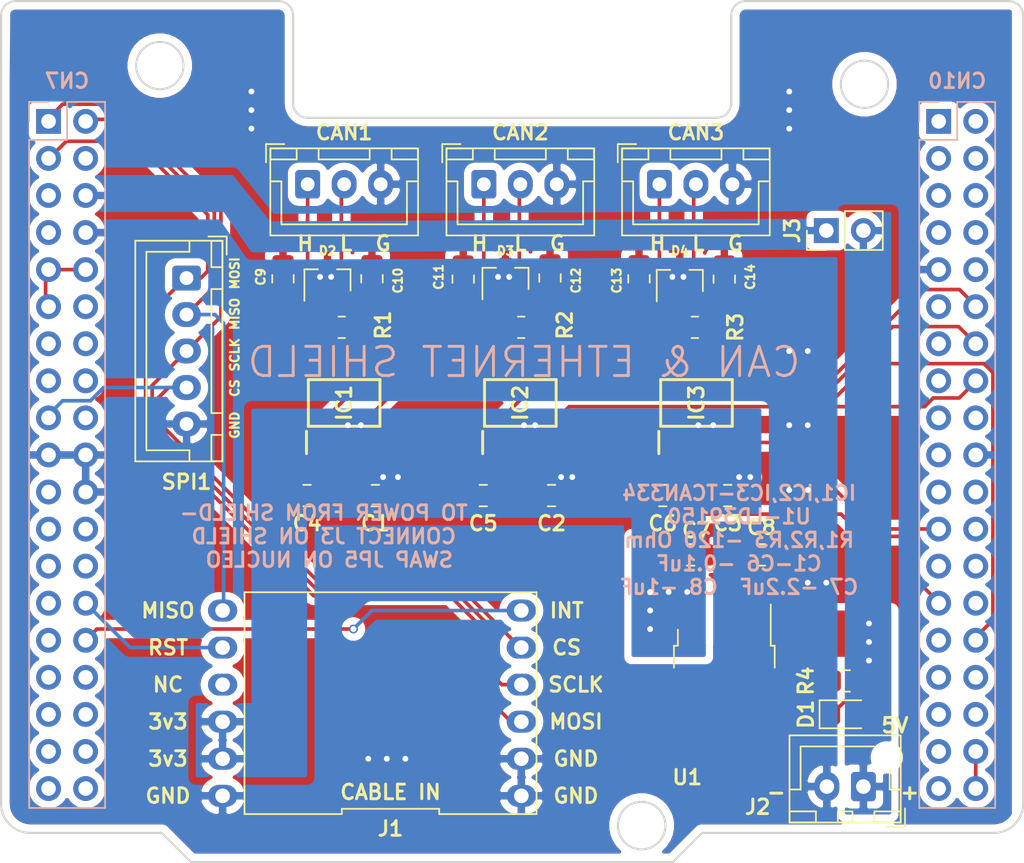
<source format=kicad_pcb>
(kicad_pcb (version 20171130) (host pcbnew "(5.1.10)-1")
  (layers (0 F.Cu signal) (31 B.Cu signal) (34 B.Paste user) (35 F.Paste user) (36 B.SilkS user) (37 F.SilkS user) (38 B.Mask user) (39 F.Mask user) (44 Edge.Cuts user))
  (net 0 "")
  (net 1 GND)
  (net 2 /NC)
  (net 3 SPI_CS)
  (net 4 SPI_MOSI)
  (net 5 SPI_MISO)
  (net 6 SPI_SCLK)
  (net 7 FDCAN2TX)
  (net 8 FDCAN3TX)
  (net 9 FDCAN3RX)
  (net 10 FDCAN2RX)
  (net 11 FDCAN1RX)
  (net 12 FDCAN1TX)
  (net 13 +3V3)
  (net 14 INT)
  (net 15 RST)
  (net 16 V_IN)
  (net 17 E5V)
  (net 18 "Net-(D1-Pad1)")
  (net 19 "Net-(C11-Pad1)")
  (net 20 "Net-(C12-Pad2)")
  (net 21 "Net-(C13-Pad1)")
  (net 22 "Net-(C14-Pad2)")
  (net 23 /H1)
  (net 24 /L1)
  (module Connector_PinSocket_2.54mm:PinSocket_2x19_P2.54mm_Vertical (layer B.Cu) (at 194.21 71.24 180)
    (fp_text reference CN10 (at -1.27 2.77) (layer B.SilkS) (effects (font (thickness 0.2)) (justify mirror)))
    (fp_text value Conn_02x19_Odd_Even)
    (pad 38 thru_hole oval (at -2.54 -45.72 180) (size 1.7 1.7) (drill 1) (layers *.Cu *.Mask) (net 2 /NC))
    (pad 37 thru_hole oval (at 0 -45.72 180) (size 1.7 1.7) (drill 1) (layers *.Cu *.Mask))
    (pad 36 thru_hole oval (at -2.54 -43.18 180) (size 1.7 1.7) (drill 1) (layers *.Cu *.Mask) (net 2 /NC))
    (pad 35 thru_hole oval (at 0 -43.18 180) (size 1.7 1.7) (drill 1) (layers *.Cu *.Mask))
    (pad 34 thru_hole oval (at -2.54 -40.64 180) (size 1.7 1.7) (drill 1) (layers *.Cu *.Mask))
    (pad 33 thru_hole oval (at 0 -40.64 180) (size 1.7 1.7) (drill 1) (layers *.Cu *.Mask))
    (pad 32 thru_hole oval (at -2.54 -38.1 180) (size 1.7 1.7) (drill 1) (layers *.Cu *.Mask))
    (pad 31 thru_hole oval (at 0 -38.1 180) (size 1.7 1.7) (drill 1) (layers *.Cu *.Mask))
    (pad 30 thru_hole oval (at -2.54 -35.56 180) (size 1.7 1.7) (drill 1) (layers *.Cu *.Mask) (net 7 FDCAN2TX))
    (pad 29 thru_hole oval (at 0 -35.56 180) (size 1.7 1.7) (drill 1) (layers *.Cu *.Mask))
    (pad 28 thru_hole oval (at -2.54 -33.02 180) (size 1.7 1.7) (drill 1) (layers *.Cu *.Mask))
    (pad 27 thru_hole oval (at 0 -33.02 180) (size 1.7 1.7) (drill 1) (layers *.Cu *.Mask) (net 8 FDCAN3TX))
    (pad 26 thru_hole oval (at -2.54 -30.48 180) (size 1.7 1.7) (drill 1) (layers *.Cu *.Mask))
    (pad 25 thru_hole oval (at 0 -30.48 180) (size 1.7 1.7) (drill 1) (layers *.Cu *.Mask))
    (pad 24 thru_hole oval (at -2.54 -27.94 180) (size 1.7 1.7) (drill 1) (layers *.Cu *.Mask))
    (pad 23 thru_hole oval (at 0 -27.94 180) (size 1.7 1.7) (drill 1) (layers *.Cu *.Mask) (net 9 FDCAN3RX))
    (pad 22 thru_hole oval (at -2.54 -25.4 180) (size 1.7 1.7) (drill 1) (layers *.Cu *.Mask))
    (pad 21 thru_hole oval (at 0 -25.4 180) (size 1.7 1.7) (drill 1) (layers *.Cu *.Mask))
    (pad 20 thru_hole oval (at -2.54 -22.86 180) (size 1.7 1.7) (drill 1) (layers *.Cu *.Mask) (net 1 GND))
    (pad 19 thru_hole oval (at 0 -22.86 180) (size 1.7 1.7) (drill 1) (layers *.Cu *.Mask))
    (pad 18 thru_hole oval (at -2.54 -20.32 180) (size 1.7 1.7) (drill 1) (layers *.Cu *.Mask))
    (pad 17 thru_hole oval (at 0 -20.32 180) (size 1.7 1.7) (drill 1) (layers *.Cu *.Mask))
    (pad 16 thru_hole oval (at -2.54 -17.78 180) (size 1.7 1.7) (drill 1) (layers *.Cu *.Mask) (net 10 FDCAN2RX))
    (pad 15 thru_hole oval (at 0 -17.78 180) (size 1.7 1.7) (drill 1) (layers *.Cu *.Mask))
    (pad 14 thru_hole oval (at -2.54 -15.24 180) (size 1.7 1.7) (drill 1) (layers *.Cu *.Mask) (net 11 FDCAN1RX))
    (pad 13 thru_hole oval (at 0 -15.24 180) (size 1.7 1.7) (drill 1) (layers *.Cu *.Mask))
    (pad 12 thru_hole oval (at -2.54 -12.7 180) (size 1.7 1.7) (drill 1) (layers *.Cu *.Mask) (net 12 FDCAN1TX))
    (pad 11 thru_hole oval (at 0 -12.7 180) (size 1.7 1.7) (drill 1) (layers *.Cu *.Mask))
    (pad 10 thru_hole oval (at -2.54 -10.16 180) (size 1.7 1.7) (drill 1) (layers *.Cu *.Mask) (net 2 /NC))
    (pad 9 thru_hole oval (at 0 -10.16 180) (size 1.7 1.7) (drill 1) (layers *.Cu *.Mask) (net 1 GND))
    (pad 8 thru_hole oval (at -2.54 -7.62 180) (size 1.7 1.7) (drill 1) (layers *.Cu *.Mask))
    (pad 7 thru_hole oval (at 0 -7.62 180) (size 1.7 1.7) (drill 1) (layers *.Cu *.Mask))
    (pad 6 thru_hole oval (at -2.54 -5.08 180) (size 1.7 1.7) (drill 1) (layers *.Cu *.Mask))
    (pad 5 thru_hole oval (at 0 -5.08 180) (size 1.7 1.7) (drill 1) (layers *.Cu *.Mask))
    (pad 4 thru_hole oval (at -2.54 -2.54 180) (size 1.7 1.7) (drill 1) (layers *.Cu *.Mask))
    (pad 3 thru_hole oval (at 0 -2.54 180) (size 1.7 1.7) (drill 1) (layers *.Cu *.Mask))
    (pad 2 thru_hole oval (at -2.54 0 180) (size 1.7 1.7) (drill 1) (layers *.Cu *.Mask))
    (pad 1 thru_hole rect (at 0 0 180) (size 1.7 1.7) (drill 1) (layers *.Cu *.Mask))
  )
  (module Resistor_SMD:R_0805_2012Metric_Pad1.20x1.40mm_HandSolder (layer F.Cu) (at 177.514 85.3544)
    (fp_text reference R3 (at 2.778 0 90) (layer F.SilkS) (effects (font (thickness 0.2))))
    (fp_text value 120)
    (pad 2 smd roundrect (at 1 0) (size 1.2 1.4) (layers F.Cu F.Paste F.Mask) (roundrect_rratio 0.2083325) (net 22 "Net-(C14-Pad2)"))
    (pad 1 smd roundrect (at -1 0) (size 1.2 1.4) (layers F.Cu F.Paste F.Mask) (roundrect_rratio 0.2083325) (net 21 "Net-(C13-Pad1)"))
  )
  (module Resistor_SMD:R_0805_2012Metric_Pad1.20x1.40mm_HandSolder (layer F.Cu) (at 165.6202 85.3544)
    (fp_text reference R2 (at 2.9878 -0.1524 90) (layer F.SilkS) (effects (font (thickness 0.2))))
    (fp_text value 120)
    (pad 2 smd roundrect (at 1 0) (size 1.2 1.4) (layers F.Cu F.Paste F.Mask) (roundrect_rratio 0.2083325) (net 20 "Net-(C12-Pad2)"))
    (pad 1 smd roundrect (at -1 0) (size 1.2 1.4) (layers F.Cu F.Paste F.Mask) (roundrect_rratio 0.2083325) (net 19 "Net-(C11-Pad1)"))
  )
  (module Resistor_SMD:R_0805_2012Metric_Pad1.20x1.40mm_HandSolder (layer F.Cu) (at 153.3332 85.3544)
    (fp_text reference R1 (at 2.8288 -0.1524 90) (layer F.SilkS) (effects (font (thickness 0.2))))
    (fp_text value 120)
    (pad 2 smd roundrect (at 1 0) (size 1.2 1.4) (layers F.Cu F.Paste F.Mask) (roundrect_rratio 0.2083325) (net 24 /L1))
    (pad 1 smd roundrect (at -1 0) (size 1.2 1.4) (layers F.Cu F.Paste F.Mask) (roundrect_rratio 0.2083325) (net 23 /H1))
  )
  (module Package_TO_SOT_SMD:SOT-23 (layer F.Cu) (at 176.482 82.1794 90)
    (fp_text reference D4 (at 2.0574 0 180) (layer F.SilkS) (effects (font (size 0.6 0.6))))
    (fp_text value ESDCAN01)
    (pad 3 smd rect (at 1 0 90) (size 0.9 0.8) (layers F.Cu F.Paste F.Mask) (net 1 GND))
    (pad 2 smd rect (at -1 0.95 90) (size 0.9 0.8) (layers F.Cu F.Paste F.Mask) (net 22 "Net-(C14-Pad2)"))
    (pad 1 smd rect (at -1 -0.95 90) (size 0.9 0.8) (layers F.Cu F.Paste F.Mask) (net 21 "Net-(C13-Pad1)"))
  )
  (module Package_TO_SOT_SMD:SOT-23 (layer F.Cu) (at 164.544 82.0364 90)
    (fp_text reference D3 (at 1.9144 0 180) (layer F.SilkS) (effects (font (size 0.6 0.6))))
    (fp_text value ESDCAN01)
    (pad 3 smd rect (at 1 0 90) (size 0.9 0.8) (layers F.Cu F.Paste F.Mask) (net 1 GND))
    (pad 2 smd rect (at -1 0.95 90) (size 0.9 0.8) (layers F.Cu F.Paste F.Mask) (net 20 "Net-(C12-Pad2)"))
    (pad 1 smd rect (at -1 -0.95 90) (size 0.9 0.8) (layers F.Cu F.Paste F.Mask) (net 19 "Net-(C11-Pad1)"))
  )
  (module Package_TO_SOT_SMD:SOT-23 (layer F.Cu) (at 152.352 82.138 90)
    (fp_text reference D2 (at 2.016 0 180) (layer F.SilkS) (effects (font (size 0.6 0.6))))
    (fp_text value ESDCAN01)
    (pad 3 smd rect (at 1 0 90) (size 0.9 0.8) (layers F.Cu F.Paste F.Mask) (net 1 GND))
    (pad 2 smd rect (at -1 0.95 90) (size 0.9 0.8) (layers F.Cu F.Paste F.Mask) (net 24 /L1))
    (pad 1 smd rect (at -1 -0.95 90) (size 0.9 0.8) (layers F.Cu F.Paste F.Mask) (net 23 /H1))
  )
  (module Capacitor_SMD:C_0805_2012Metric_Pad1.18x1.45mm_HandSolder (layer F.Cu) (at 179.53 82.0524 270)
    (fp_text reference C14 (at -0.1524 -1.778 270) (layer F.SilkS) (effects (font (size 0.6 0.6))))
    (fp_text value C)
    (pad 2 smd roundrect (at 1.0375 0 270) (size 1.175 1.45) (layers F.Cu F.Paste F.Mask) (roundrect_rratio 0.2127659574468085) (net 22 "Net-(C14-Pad2)"))
    (pad 1 smd roundrect (at -1.0375 0 270) (size 1.175 1.45) (layers F.Cu F.Paste F.Mask) (roundrect_rratio 0.2127659574468085) (net 1 GND))
  )
  (module Capacitor_SMD:C_0805_2012Metric_Pad1.18x1.45mm_HandSolder (layer F.Cu) (at 173.688 82.0309 90)
    (fp_text reference C13 (at -0.1231 -1.524 270) (layer F.SilkS) (effects (font (size 0.6 0.6))))
    (fp_text value C)
    (pad 2 smd roundrect (at 1.0375 0 90) (size 1.175 1.45) (layers F.Cu F.Paste F.Mask) (roundrect_rratio 0.2127659574468085) (net 1 GND))
    (pad 1 smd roundrect (at -1.0375 0 90) (size 1.175 1.45) (layers F.Cu F.Paste F.Mask) (roundrect_rratio 0.2127659574468085) (net 21 "Net-(C13-Pad1)"))
  )
  (module Capacitor_SMD:C_0805_2012Metric_Pad1.18x1.45mm_HandSolder (layer F.Cu) (at 167.592 81.9723 270)
    (fp_text reference C12 (at 0.1817 -1.778 270) (layer F.SilkS) (effects (font (size 0.6 0.6))))
    (fp_text value C)
    (pad 2 smd roundrect (at 1.0375 0 270) (size 1.175 1.45) (layers F.Cu F.Paste F.Mask) (roundrect_rratio 0.2127659574468085) (net 20 "Net-(C12-Pad2)"))
    (pad 1 smd roundrect (at -1.0375 0 270) (size 1.175 1.45) (layers F.Cu F.Paste F.Mask) (roundrect_rratio 0.2127659574468085) (net 1 GND))
  )
  (module Capacitor_SMD:C_0805_2012Metric_Pad1.18x1.45mm_HandSolder (layer F.Cu) (at 161.6484 82.0485 90)
    (fp_text reference C11 (at 0.1485 -1.6764 270) (layer F.SilkS) (effects (font (size 0.6 0.6))))
    (fp_text value C)
    (pad 2 smd roundrect (at 1.0375 0 90) (size 1.175 1.45) (layers F.Cu F.Paste F.Mask) (roundrect_rratio 0.2127659574468085) (net 1 GND))
    (pad 1 smd roundrect (at -1.0375 0 90) (size 1.175 1.45) (layers F.Cu F.Paste F.Mask) (roundrect_rratio 0.2127659574468085) (net 19 "Net-(C11-Pad1)"))
  )
  (module Capacitor_SMD:C_0805_2012Metric_Pad1.18x1.45mm_HandSolder (layer F.Cu) (at 155.4 82.027 270)
    (fp_text reference C10 (at 0.127 -1.778 270) (layer F.SilkS) (effects (font (size 0.6 0.6))))
    (fp_text value C)
    (pad 2 smd roundrect (at 1.0375 0 270) (size 1.175 1.45) (layers F.Cu F.Paste F.Mask) (roundrect_rratio 0.2127659574468085) (net 24 /L1))
    (pad 1 smd roundrect (at -1.0375 0 270) (size 1.175 1.45) (layers F.Cu F.Paste F.Mask) (roundrect_rratio 0.2127659574468085) (net 1 GND))
  )
  (module Capacitor_SMD:C_0805_2012Metric_Pad1.18x1.45mm_HandSolder (layer F.Cu) (at 149.304 82.0309 90)
    (fp_text reference C9 (at 0.1309 -1.524 270) (layer F.SilkS) (effects (font (size 0.6 0.6))))
    (fp_text value C)
    (pad 2 smd roundrect (at 1.0375 0 90) (size 1.175 1.45) (layers F.Cu F.Paste F.Mask) (roundrect_rratio 0.2127659574468085) (net 1 GND))
    (pad 1 smd roundrect (at -1.0375 0 90) (size 1.175 1.45) (layers F.Cu F.Paste F.Mask) (roundrect_rratio 0.2127659574468085) (net 23 /H1))
  )
  (module Resistor_SMD:R_0805_2012Metric_Pad1.20x1.40mm_HandSolder (layer F.Cu) (at 187.912 109.586)
    (fp_text reference R4 (at -2.794 0 90) (layer F.SilkS) (effects (font (thickness 0.2))))
    (fp_text value R)
    (pad 2 smd roundrect (at 1 0) (size 1.2 1.4) (layers F.Cu F.Paste F.Mask) (roundrect_rratio 0.2083325) (net 18 "Net-(D1-Pad1)"))
    (pad 1 smd roundrect (at -1 0) (size 1.2 1.4) (layers F.Cu F.Paste F.Mask) (roundrect_rratio 0.2083325) (net 1 GND))
  )
  (module LED_SMD:LED_0805_2012Metric_Pad1.15x1.40mm_HandSolder (layer F.Cu) (at 187.912 111.872)
    (fp_text reference D1 (at -2.794 0 90) (layer F.SilkS) (effects (font (thickness 0.2))))
    (fp_text value LED)
    (pad 2 smd roundrect (at 1.025 0) (size 1.15 1.4) (layers F.Cu F.Paste F.Mask) (roundrect_rratio 0.2173904347826087) (net 16 V_IN))
    (pad 1 smd roundrect (at -1.025 0) (size 1.15 1.4) (layers F.Cu F.Paste F.Mask) (roundrect_rratio 0.2173904347826087) (net 18 "Net-(D1-Pad1)"))
  )
  (module ethernet:ethernet_module (layer F.Cu) (at 156.67 111.11 180)
    (fp_text reference J1 (at 0 -8.6) (layer F.SilkS) (effects (font (thickness 0.2))))
    (fp_text value Conn_02x06_Counter_Clockwise)
    (fp_text user MISO (at 15.24 6.35) (layer F.SilkS) (effects (font (thickness 0.2))))
    (fp_text user RST (at 15.24 3.81) (layer F.SilkS) (effects (font (thickness 0.2))))
    (fp_text user NC (at 15.24 1.27) (layer F.SilkS) (effects (font (thickness 0.2))))
    (fp_text user 3v3 (at 15.24 -1.27) (layer F.SilkS) (effects (font (thickness 0.2))))
    (fp_text user 3v3 (at 15.24 -3.81) (layer F.SilkS) (effects (font (thickness 0.2))))
    (fp_text user GND (at 15.24 -6.35) (layer F.SilkS) (effects (font (thickness 0.2))))
    (fp_text user INT (at -12.065 6.35) (layer F.SilkS) (effects (font (thickness 0.2))))
    (fp_text user CS (at -12.065 3.81) (layer F.SilkS) (effects (font (thickness 0.2))))
    (fp_text user SCLK (at -12.7 1.27) (layer F.SilkS) (effects (font (thickness 0.2))))
    (fp_text user MOSI (at -12.7 -1.27) (layer F.SilkS) (effects (font (thickness 0.2))))
    (fp_text user GND (at -12.7 -3.81) (layer F.SilkS) (effects (font (thickness 0.2))))
    (fp_text user GND (at -12.7 -6.35) (layer F.SilkS) (effects (font (thickness 0.2))))
    (pad 6 thru_hole oval (at -8.96 6.35 90) (size 1.5 2) (drill 1) (layers *.Cu *.Mask) (net 14 INT))
    (pad 7 thru_hole oval (at 11.5 6.35 90) (size 1.5 2) (drill 1) (layers *.Cu *.Mask) (net 5 SPI_MISO))
    (pad 5 thru_hole oval (at -8.96 3.81 90) (size 1.5 2) (drill 1) (layers *.Cu *.Mask) (net 3 SPI_CS))
    (pad 8 thru_hole oval (at 11.5 3.81 90) (size 1.5 2) (drill 1) (layers *.Cu *.Mask) (net 15 RST))
    (pad 4 thru_hole oval (at -8.96 1.27 90) (size 1.5 2) (drill 1) (layers *.Cu *.Mask) (net 6 SPI_SCLK))
    (pad 9 thru_hole oval (at 11.5 1.27 90) (size 1.5 2) (drill 1) (layers *.Cu *.Mask))
    (pad 3 thru_hole oval (at -8.96 -1.27 90) (size 1.5 2) (drill 1) (layers *.Cu *.Mask) (net 4 SPI_MOSI))
    (pad 10 thru_hole oval (at 11.5 -1.27 90) (size 1.5 2) (drill 1) (layers *.Cu *.Mask) (net 13 +3V3))
    (pad 2 thru_hole oval (at -8.96 -3.81 90) (size 1.5 2) (drill 1) (layers *.Cu *.Mask) (net 1 GND))
    (pad 11 thru_hole oval (at 11.5 -3.81 90) (size 1.5 2) (drill 1) (layers *.Cu *.Mask) (net 13 +3V3))
    (pad 1 thru_hole oval (at -8.96 -6.35 90) (size 1.5 2) (drill 1) (layers *.Cu *.Mask) (net 1 GND))
    (pad 12 thru_hole oval (at 11.5 -6.35 90) (size 1.5 2) (drill 1) (layers *.Cu *.Mask) (net 1 GND))
  )
  (module Connector_PinHeader_2.54mm:PinHeader_1x02_P2.54mm_Vertical (layer F.Cu) (at 186.515 78.725 90)
    (fp_text reference J3 (at 0 -2.33 90) (layer F.SilkS) (effects (font (thickness 0.2))))
    (fp_text value Conn_01x02)
    (pad 1 thru_hole rect (at 0 0 90) (size 1.7 1.7) (drill 1) (layers *.Cu *.Mask) (net 17 E5V))
    (pad 2 thru_hole oval (at 0 2.54 90) (size 1.7 1.7) (drill 1) (layers *.Cu *.Mask) (net 16 V_IN))
  )
  (module Connector_PinSocket_2.54mm:PinSocket_2x19_P2.54mm_Vertical (layer B.Cu) (at 133.25 71.24 180)
    (fp_text reference CN7 (at -1.27 2.77) (layer B.SilkS) (effects (font (thickness 0.2)) (justify mirror)))
    (fp_text value Conn_02x19_Odd_Even)
    (pad 38 thru_hole oval (at -2.54 -45.72 180) (size 1.7 1.7) (drill 1) (layers *.Cu *.Mask))
    (pad 37 thru_hole oval (at 0 -45.72 180) (size 1.7 1.7) (drill 1) (layers *.Cu *.Mask))
    (pad 36 thru_hole oval (at -2.54 -43.18 180) (size 1.7 1.7) (drill 1) (layers *.Cu *.Mask))
    (pad 35 thru_hole oval (at 0 -43.18 180) (size 1.7 1.7) (drill 1) (layers *.Cu *.Mask))
    (pad 34 thru_hole oval (at -2.54 -40.64 180) (size 1.7 1.7) (drill 1) (layers *.Cu *.Mask))
    (pad 33 thru_hole oval (at 0 -40.64 180) (size 1.7 1.7) (drill 1) (layers *.Cu *.Mask))
    (pad 32 thru_hole oval (at -2.54 -38.1 180) (size 1.7 1.7) (drill 1) (layers *.Cu *.Mask))
    (pad 31 thru_hole oval (at 0 -38.1 180) (size 1.7 1.7) (drill 1) (layers *.Cu *.Mask))
    (pad 30 thru_hole oval (at -2.54 -35.56 180) (size 1.7 1.7) (drill 1) (layers *.Cu *.Mask) (net 14 INT))
    (pad 29 thru_hole oval (at 0 -35.56 180) (size 1.7 1.7) (drill 1) (layers *.Cu *.Mask))
    (pad 28 thru_hole oval (at -2.54 -33.02 180) (size 1.7 1.7) (drill 1) (layers *.Cu *.Mask) (net 15 RST))
    (pad 27 thru_hole oval (at 0 -33.02 180) (size 1.7 1.7) (drill 1) (layers *.Cu *.Mask))
    (pad 26 thru_hole oval (at -2.54 -30.48 180) (size 1.7 1.7) (drill 1) (layers *.Cu *.Mask) (net 2 /NC))
    (pad 25 thru_hole oval (at 0 -30.48 180) (size 1.7 1.7) (drill 1) (layers *.Cu *.Mask))
    (pad 24 thru_hole oval (at -2.54 -27.94 180) (size 1.7 1.7) (drill 1) (layers *.Cu *.Mask))
    (pad 23 thru_hole oval (at 0 -27.94 180) (size 1.7 1.7) (drill 1) (layers *.Cu *.Mask))
    (pad 22 thru_hole oval (at -2.54 -25.4 180) (size 1.7 1.7) (drill 1) (layers *.Cu *.Mask) (net 1 GND))
    (pad 21 thru_hole oval (at 0 -25.4 180) (size 1.7 1.7) (drill 1) (layers *.Cu *.Mask))
    (pad 20 thru_hole oval (at -2.54 -22.86 180) (size 1.7 1.7) (drill 1) (layers *.Cu *.Mask) (net 1 GND))
    (pad 19 thru_hole oval (at 0 -22.86 180) (size 1.7 1.7) (drill 1) (layers *.Cu *.Mask) (net 1 GND))
    (pad 18 thru_hole oval (at -2.54 -20.32 180) (size 1.7 1.7) (drill 1) (layers *.Cu *.Mask))
    (pad 17 thru_hole oval (at 0 -20.32 180) (size 1.7 1.7) (drill 1) (layers *.Cu *.Mask) (net 3 SPI_CS))
    (pad 16 thru_hole oval (at -2.54 -17.78 180) (size 1.7 1.7) (drill 1) (layers *.Cu *.Mask))
    (pad 15 thru_hole oval (at 0 -17.78 180) (size 1.7 1.7) (drill 1) (layers *.Cu *.Mask))
    (pad 14 thru_hole oval (at -2.54 -15.24 180) (size 1.7 1.7) (drill 1) (layers *.Cu *.Mask))
    (pad 13 thru_hole oval (at 0 -15.24 180) (size 1.7 1.7) (drill 1) (layers *.Cu *.Mask))
    (pad 12 thru_hole oval (at -2.54 -12.7 180) (size 1.7 1.7) (drill 1) (layers *.Cu *.Mask))
    (pad 11 thru_hole oval (at 0 -12.7 180) (size 1.7 1.7) (drill 1) (layers *.Cu *.Mask) (net 2 /NC))
    (pad 10 thru_hole oval (at -2.54 -10.16 180) (size 1.7 1.7) (drill 1) (layers *.Cu *.Mask) (net 2 /NC))
    (pad 9 thru_hole oval (at 0 -10.16 180) (size 1.7 1.7) (drill 1) (layers *.Cu *.Mask) (net 2 /NC))
    (pad 8 thru_hole oval (at -2.54 -7.62 180) (size 1.7 1.7) (drill 1) (layers *.Cu *.Mask) (net 1 GND))
    (pad 7 thru_hole oval (at 0 -7.62 180) (size 1.7 1.7) (drill 1) (layers *.Cu *.Mask))
    (pad 6 thru_hole oval (at -2.54 -5.08 180) (size 1.7 1.7) (drill 1) (layers *.Cu *.Mask) (net 17 E5V))
    (pad 5 thru_hole oval (at 0 -5.08 180) (size 1.7 1.7) (drill 1) (layers *.Cu *.Mask))
    (pad 4 thru_hole oval (at -2.54 -2.54 180) (size 1.7 1.7) (drill 1) (layers *.Cu *.Mask))
    (pad 3 thru_hole oval (at 0 -2.54 180) (size 1.7 1.7) (drill 1) (layers *.Cu *.Mask) (net 4 SPI_MOSI))
    (pad 2 thru_hole oval (at -2.54 0 180) (size 1.7 1.7) (drill 1) (layers *.Cu *.Mask) (net 5 SPI_MISO))
    (pad 1 thru_hole rect (at 0 0 180) (size 1.7 1.7) (drill 1) (layers *.Cu *.Mask) (net 6 SPI_SCLK))
  )
  (module Connector_JST:JST_XH_B5B-XH-A_1x05_P2.50mm_Vertical (layer F.Cu) (at 142.7 81.98 270)
    (fp_text reference SPI1 (at 13.97 0 180) (layer F.SilkS) (effects (font (thickness 0.2))))
    (fp_text value Conn_01x05)
    (pad 1 thru_hole roundrect (at 0 0 270) (size 1.7 1.95) (drill 0.95) (layers *.Cu *.Mask) (roundrect_rratio 0.1470588235294118) (net 4 SPI_MOSI))
    (pad 2 thru_hole oval (at 2.5 0 270) (size 1.7 1.95) (drill 0.95) (layers *.Cu *.Mask) (net 5 SPI_MISO))
    (pad 3 thru_hole oval (at 5 0 270) (size 1.7 1.95) (drill 0.95) (layers *.Cu *.Mask) (net 6 SPI_SCLK))
    (pad 4 thru_hole oval (at 7.5 0 270) (size 1.7 1.95) (drill 0.95) (layers *.Cu *.Mask) (net 3 SPI_CS))
    (pad 5 thru_hole oval (at 10 0 270) (size 1.7 1.95) (drill 0.95) (layers *.Cu *.Mask) (net 1 GND))
  )
  (module Capacitor_SMD:C_0805_2012Metric_Pad1.18x1.45mm_HandSolder (layer F.Cu) (at 175.3175 96.886)
    (fp_text reference C6 (at 0 1.905) (layer F.SilkS) (effects (font (thickness 0.2))))
    (fp_text value C)
    (pad 2 smd roundrect (at 1.0375 0) (size 1.175 1.45) (layers F.Cu F.Paste F.Mask) (roundrect_rratio 0.2127659574468085) (net 1 GND))
    (pad 1 smd roundrect (at -1.0375 0) (size 1.175 1.45) (layers F.Cu F.Paste F.Mask) (roundrect_rratio 0.2127659574468085) (net 8 FDCAN3TX))
  )
  (module Capacitor_SMD:C_0805_2012Metric_Pad1.18x1.45mm_HandSolder (layer F.Cu) (at 163.02 96.886)
    (fp_text reference C5 (at 0 1.905) (layer F.SilkS) (effects (font (thickness 0.2))))
    (fp_text value C)
    (pad 2 smd roundrect (at 1.0375 0) (size 1.175 1.45) (layers F.Cu F.Paste F.Mask) (roundrect_rratio 0.2127659574468085) (net 1 GND))
    (pad 1 smd roundrect (at -1.0375 0) (size 1.175 1.45) (layers F.Cu F.Paste F.Mask) (roundrect_rratio 0.2127659574468085) (net 7 FDCAN2TX))
  )
  (module Capacitor_SMD:C_0805_2012Metric_Pad1.18x1.45mm_HandSolder (layer F.Cu) (at 150.955 96.886)
    (fp_text reference C4 (at 0 1.905) (layer F.SilkS) (effects (font (thickness 0.2))))
    (fp_text value C)
    (pad 2 smd roundrect (at 1.0375 0) (size 1.175 1.45) (layers F.Cu F.Paste F.Mask) (roundrect_rratio 0.2127659574468085) (net 1 GND))
    (pad 1 smd roundrect (at -1.0375 0) (size 1.175 1.45) (layers F.Cu F.Paste F.Mask) (roundrect_rratio 0.2127659574468085) (net 12 FDCAN1TX))
  )
  (module Package_TO_SOT_SMD:TO-252-3_TabPin2 (layer F.Cu) (at 179.53 109.645 270)
    (fp_text reference U1 (at 6.545 2.54 180) (layer F.SilkS) (effects (font (thickness 0.2))))
    (fp_text value LD39150DT33)
    (pad 2 smd rect (at 2.1 0 270) (size 6.4 5.8) (layers F.Cu F.Mask) (net 1 GND))
    (pad 3 smd rect (at -4.2 2.28 270) (size 2.2 1.2) (layers F.Cu F.Paste F.Mask) (net 13 +3V3))
    (pad 2 smd rect (at -4.2 0 270) (size 2.2 1.2) (layers F.Cu F.Paste F.Mask) (net 1 GND))
    (pad 1 smd rect (at -4.2 -2.28 270) (size 2.2 1.2) (layers F.Cu F.Paste F.Mask) (net 16 V_IN))
  )
  (module Connector_JST:JST_XH_B2B-XH-AM_1x02_P2.50mm_Vertical (layer F.Cu) (at 189.055 116.825 180)
    (fp_text reference J2 (at 7.239 -1.397) (layer F.SilkS) (effects (font (thickness 0.2))))
    (fp_text value Conn_01x02)
    (pad "" np_thru_hole circle (at -1.6 2 180) (size 1.2 1.2) (drill 1.2) (layers *.Cu *.Mask))
    (pad 2 thru_hole oval (at 2.5 0 180) (size 1.7 2) (drill 1) (layers *.Cu *.Mask) (net 1 GND))
    (pad 1 thru_hole roundrect (at 0 0 180) (size 1.7 2) (drill 1) (layers *.Cu *.Mask) (roundrect_rratio 0.1470588235294118) (net 16 V_IN))
  )
  (module Capacitor_SMD:C_0805_2012Metric_Pad1.18x1.45mm_HandSolder (layer F.Cu) (at 177.2225 100.95)
    (fp_text reference C7 (at 0.4025 -1.68) (layer F.SilkS) (effects (font (thickness 0.2))))
    (fp_text value 2.2uf)
    (pad 2 smd roundrect (at 1.0375 0) (size 1.175 1.45) (layers F.Cu F.Paste F.Mask) (roundrect_rratio 0.2127659574468085) (net 1 GND))
    (pad 1 smd roundrect (at -1.0375 0) (size 1.175 1.45) (layers F.Cu F.Paste F.Mask) (roundrect_rratio 0.2127659574468085) (net 13 +3V3))
  )
  (module Capacitor_SMD:C_0805_2012Metric_Pad1.18x1.45mm_HandSolder (layer F.Cu) (at 182.07 100.95 180)
    (fp_text reference C8 (at 0 1.905) (layer F.SilkS) (effects (font (thickness 0.2))))
    (fp_text value 1uf)
    (pad 2 smd roundrect (at 1.0375 0 180) (size 1.175 1.45) (layers F.Cu F.Paste F.Mask) (roundrect_rratio 0.2127659574468085) (net 1 GND))
    (pad 1 smd roundrect (at -1.0375 0 180) (size 1.175 1.45) (layers F.Cu F.Paste F.Mask) (roundrect_rratio 0.2127659574468085) (net 16 V_IN))
  )
  (module Capacitor_SMD:C_0805_2012Metric_Pad1.18x1.45mm_HandSolder (layer F.Cu) (at 179.7625 96.886)
    (fp_text reference C3 (at 0 1.905) (layer F.SilkS) (effects (font (thickness 0.2))))
    (fp_text value 0.1uf)
    (pad 2 smd roundrect (at 1.0375 0) (size 1.175 1.45) (layers F.Cu F.Paste F.Mask) (roundrect_rratio 0.2127659574468085) (net 13 +3V3))
    (pad 1 smd roundrect (at -1.0375 0) (size 1.175 1.45) (layers F.Cu F.Paste F.Mask) (roundrect_rratio 0.2127659574468085) (net 1 GND))
  )
  (module Capacitor_SMD:C_0805_2012Metric_Pad1.18x1.45mm_HandSolder (layer F.Cu) (at 167.6975 96.886)
    (fp_text reference C2 (at 0 1.905) (layer F.SilkS) (effects (font (thickness 0.2))))
    (fp_text value 0.1uf)
    (pad 2 smd roundrect (at 1.0375 0) (size 1.175 1.45) (layers F.Cu F.Paste F.Mask) (roundrect_rratio 0.2127659574468085) (net 13 +3V3))
    (pad 1 smd roundrect (at -1.0375 0) (size 1.175 1.45) (layers F.Cu F.Paste F.Mask) (roundrect_rratio 0.2127659574468085) (net 1 GND))
  )
  (module Capacitor_SMD:C_0805_2012Metric_Pad1.18x1.45mm_HandSolder (layer F.Cu) (at 155.6325 96.886)
    (fp_text reference C1 (at 0 1.905) (layer F.SilkS) (effects (font (thickness 0.2))))
    (fp_text value 0.1uf)
    (pad 2 smd roundrect (at 1.0375 0) (size 1.175 1.45) (layers F.Cu F.Paste F.Mask) (roundrect_rratio 0.2127659574468085) (net 13 +3V3))
    (pad 1 smd roundrect (at -1.0375 0) (size 1.175 1.45) (layers F.Cu F.Paste F.Mask) (roundrect_rratio 0.2127659574468085) (net 1 GND))
  )
  (module TCAN334GD:SOIC127P600X175-8N (layer F.Cu) (at 177.625 90.536 90)
    (fp_text reference IC3 (at 0 0 90) (layer F.SilkS) (effects (font (thickness 0.2))))
    (fp_text value TCAN334GD hide)
    (pad 8 smd rect (at 2.711 -1.905 180) (size 0.65 1.528) (layers F.Cu F.Paste F.Mask) (net 1 GND))
    (pad 7 smd rect (at 2.711 -0.635 180) (size 0.65 1.528) (layers F.Cu F.Paste F.Mask) (net 21 "Net-(C13-Pad1)"))
    (pad 6 smd rect (at 2.711 0.635 180) (size 0.65 1.528) (layers F.Cu F.Paste F.Mask) (net 22 "Net-(C14-Pad2)"))
    (pad 5 smd rect (at 2.711 1.905 180) (size 0.65 1.528) (layers F.Cu F.Paste F.Mask) (net 1 GND))
    (pad 4 smd rect (at -2.711 1.905 180) (size 0.65 1.528) (layers F.Cu F.Paste F.Mask) (net 9 FDCAN3RX))
    (pad 3 smd rect (at -2.711 0.635 180) (size 0.65 1.528) (layers F.Cu F.Paste F.Mask) (net 13 +3V3))
    (pad 2 smd rect (at -2.711 -0.635 180) (size 0.65 1.528) (layers F.Cu F.Paste F.Mask) (net 1 GND))
    (pad 1 smd rect (at -2.711 -1.905 180) (size 0.65 1.528) (layers F.Cu F.Paste F.Mask) (net 8 FDCAN3TX))
  )
  (module TCAN334GD:SOIC127P600X175-8N (layer F.Cu) (at 165.56 90.536 90)
    (fp_text reference IC2 (at 0 0 90) (layer F.SilkS) (effects (font (thickness 0.2))))
    (fp_text value TCAN334GD hide)
    (pad 8 smd rect (at 2.711 -1.905 180) (size 0.65 1.528) (layers F.Cu F.Paste F.Mask) (net 1 GND))
    (pad 7 smd rect (at 2.711 -0.635 180) (size 0.65 1.528) (layers F.Cu F.Paste F.Mask) (net 19 "Net-(C11-Pad1)"))
    (pad 6 smd rect (at 2.711 0.635 180) (size 0.65 1.528) (layers F.Cu F.Paste F.Mask) (net 20 "Net-(C12-Pad2)"))
    (pad 5 smd rect (at 2.711 1.905 180) (size 0.65 1.528) (layers F.Cu F.Paste F.Mask) (net 1 GND))
    (pad 4 smd rect (at -2.711 1.905 180) (size 0.65 1.528) (layers F.Cu F.Paste F.Mask) (net 10 FDCAN2RX))
    (pad 3 smd rect (at -2.711 0.635 180) (size 0.65 1.528) (layers F.Cu F.Paste F.Mask) (net 13 +3V3))
    (pad 2 smd rect (at -2.711 -0.635 180) (size 0.65 1.528) (layers F.Cu F.Paste F.Mask) (net 1 GND))
    (pad 1 smd rect (at -2.711 -1.905 180) (size 0.65 1.528) (layers F.Cu F.Paste F.Mask) (net 7 FDCAN2TX))
  )
  (module TCAN334GD:SOIC127P600X175-8N (layer F.Cu) (at 153.495 90.536 90)
    (fp_text reference IC1 (at 0 0 90) (layer F.SilkS) (effects (font (thickness 0.2))))
    (fp_text value TCAN334GD hide)
    (pad 8 smd rect (at 2.711 -1.905 180) (size 0.65 1.528) (layers F.Cu F.Paste F.Mask) (net 1 GND))
    (pad 7 smd rect (at 2.711 -0.635 180) (size 0.65 1.528) (layers F.Cu F.Paste F.Mask) (net 23 /H1))
    (pad 6 smd rect (at 2.711 0.635 180) (size 0.65 1.528) (layers F.Cu F.Paste F.Mask) (net 24 /L1))
    (pad 5 smd rect (at 2.711 1.905 180) (size 0.65 1.528) (layers F.Cu F.Paste F.Mask) (net 1 GND))
    (pad 4 smd rect (at -2.711 1.905 180) (size 0.65 1.528) (layers F.Cu F.Paste F.Mask) (net 11 FDCAN1RX))
    (pad 3 smd rect (at -2.711 0.635 180) (size 0.65 1.528) (layers F.Cu F.Paste F.Mask) (net 13 +3V3))
    (pad 2 smd rect (at -2.711 -0.635 180) (size 0.65 1.528) (layers F.Cu F.Paste F.Mask) (net 1 GND))
    (pad 1 smd rect (at -2.711 -1.905 180) (size 0.65 1.528) (layers F.Cu F.Paste F.Mask) (net 12 FDCAN1TX))
  )
  (module Connector_JST:JST_XH_B3B-XH-A_1x03_P2.50mm_Vertical (layer F.Cu) (at 175.085 75.55)
    (fp_text reference CAN3 (at 2.5 -3.55) (layer F.SilkS) (effects (font (thickness 0.2))))
    (fp_text value Conn_01x03)
    (pad 3 thru_hole oval (at 5 0) (size 1.7 1.95) (drill 0.95) (layers *.Cu *.Mask) (net 1 GND))
    (pad 2 thru_hole oval (at 2.5 0) (size 1.7 1.95) (drill 0.95) (layers *.Cu *.Mask) (net 22 "Net-(C14-Pad2)"))
    (pad 1 thru_hole roundrect (at 0 0) (size 1.7 1.95) (drill 0.95) (layers *.Cu *.Mask) (roundrect_rratio 0.1470588235294118) (net 21 "Net-(C13-Pad1)"))
  )
  (module Connector_JST:JST_XH_B3B-XH-A_1x03_P2.50mm_Vertical (layer F.Cu) (at 163.06 75.55)
    (fp_text reference CAN2 (at 2.5 -3.55) (layer F.SilkS) (effects (font (thickness 0.2))))
    (fp_text value Conn_01x03)
    (pad 3 thru_hole oval (at 5 0) (size 1.7 1.95) (drill 0.95) (layers *.Cu *.Mask) (net 1 GND))
    (pad 2 thru_hole oval (at 2.5 0) (size 1.7 1.95) (drill 0.95) (layers *.Cu *.Mask) (net 20 "Net-(C12-Pad2)"))
    (pad 1 thru_hole roundrect (at 0 0) (size 1.7 1.95) (drill 0.95) (layers *.Cu *.Mask) (roundrect_rratio 0.1470588235294118) (net 19 "Net-(C11-Pad1)"))
  )
  (module Connector_JST:JST_XH_B3B-XH-A_1x03_P2.50mm_Vertical (layer F.Cu) (at 150.995 75.55)
    (fp_text reference CAN1 (at 2.5 -3.55) (layer F.SilkS) (effects (font (thickness 0.2))))
    (fp_text value Conn_01x03)
    (pad 3 thru_hole oval (at 5 0) (size 1.7 1.95) (drill 0.95) (layers *.Cu *.Mask) (net 1 GND))
    (pad 2 thru_hole oval (at 2.5 0) (size 1.7 1.95) (drill 0.95) (layers *.Cu *.Mask) (net 24 /L1))
    (pad 1 thru_hole roundrect (at 0 0) (size 1.7 1.95) (drill 0.95) (layers *.Cu *.Mask) (roundrect_rratio 0.1470588235294118) (net 23 /H1))
  )
  (gr_text "TO POWER FROM SHIELD-\nCONNECT J3 ON SHIELD\nSWAP JP5 ON NUCLEO \n" (at 152.098 99.68) (layer B.SilkS) (effects (font (size 1 1) (thickness 0.2)) (justify mirror)))
  (gr_text G (at 180.292 79.614) (layer F.SilkS) (effects (font (size 1 1) (thickness 0.2))))
  (gr_text L (at 177.752 79.614) (layer F.SilkS) (effects (font (size 1 1) (thickness 0.2))))
  (gr_text H (at 174.958 79.614) (layer F.SilkS) (effects (font (size 1 1) (thickness 0.2))))
  (gr_text G (at 168.1 79.614) (layer F.SilkS) (effects (font (size 1 1) (thickness 0.2))))
  (gr_text L (at 165.56 79.614) (layer F.SilkS) (effects (font (size 1 1) (thickness 0.2))))
  (gr_text H (at 162.766 79.614) (layer F.SilkS) (effects (font (size 1 1) (thickness 0.2))))
  (gr_text G (at 156.162 79.614) (layer F.SilkS) (effects (font (size 1 1) (thickness 0.2))))
  (gr_text L (at 153.622 79.614) (layer F.SilkS) (effects (font (size 1 1) (thickness 0.2))))
  (gr_text H (at 150.828 79.614) (layer F.SilkS) (effects (font (size 1 1) (thickness 0.2))))
  (gr_text "CAN & ETHERNET SHIELD" (at 165.814 87.742) (layer B.SilkS) (effects (font (size 2 2) (thickness 0.2)) (justify mirror)))
  (gr_text "IC1,IC2,IC3-TCAN334\nU1-LD39150\nR1,R2,R3 -120 Ohm\nC1-C6 -0.1uF\nC7 -2.2uF  C8 -1uF\n" (at 180.546 99.934) (layer B.SilkS) (effects (font (size 1 1) (thickness 0.2)) (justify mirror)))
  (gr_text 5V (at 191.214 112.634) (layer F.SilkS) (effects (font (size 1 1) (thickness 0.2))))
  (gr_text + (at 192.23 117.206) (layer F.SilkS) (effects (font (size 1 1) (thickness 0.2))))
  (gr_text - (at 183.086 117.206) (layer F.SilkS) (effects (font (size 1 1) (thickness 0.2))))
  (gr_text "CABLE IN" (at 156.67 117.206) (layer F.SilkS) (effects (font (size 1 1) (thickness 0.2))))
  (gr_text MOSI (at 146.002 81.646 90) (layer F.SilkS) (effects (font (size 0.6 0.6))))
  (gr_text MISO (at 146.002 84.44 90) (layer F.SilkS) (effects (font (size 0.6 0.6))))
  (gr_text SCLK (at 146.002 87.234 90) (layer F.SilkS) (effects (font (size 0.6 0.6))))
  (gr_text CS (at 146.002 89.52 90) (layer F.SilkS) (effects (font (size 0.6 0.6))))
  (gr_text GND (at 146.002 92.06 90) (layer F.SilkS) (effects (font (size 0.6 0.6))))
  (gr_circle (center 189.13 68.7) (end 190.75 68.7) (layer Edge.Cuts) (width 0.15))
  (gr_circle (center 140.87 67.42) (end 142.49 67.42) (layer Edge.Cuts) (width 0.15))
  (gr_circle (center 173.87 119.5) (end 175.5 119.5) (layer Edge.Cuts) (width 0.15))
  (gr_arc (start 132 118) (end 132 120) (angle 90) (layer Edge.Cuts) (width 0.15))
  (gr_arc (start 198 118) (end 200 118) (angle 90) (layer Edge.Cuts) (width 0.15))
  (gr_arc (start 199 64) (end 199 63) (angle 90) (layer Edge.Cuts) (width 0.15))
  (gr_arc (start 181 64) (end 180 64) (angle 90) (layer Edge.Cuts) (width 0.15))
  (gr_arc (start 179 70) (end 180 70) (angle 90) (layer Edge.Cuts) (width 0.15))
  (gr_arc (start 151 70) (end 151 71) (angle 90) (layer Edge.Cuts) (width 0.15))
  (gr_arc (start 149 64) (end 149 63) (angle 90) (layer Edge.Cuts) (width 0.15))
  (gr_arc (start 131 64) (end 130 64) (angle 90) (layer Edge.Cuts) (width 0.15))
  (gr_line (start 179 71) (end 151 71) (layer Edge.Cuts) (width 0.15))
  (gr_line (start 180 64) (end 180 70) (layer Edge.Cuts) (width 0.15))
  (gr_line (start 199 63) (end 181 63) (layer Edge.Cuts) (width 0.15))
  (gr_line (start 200 118) (end 200 64) (layer Edge.Cuts) (width 0.15))
  (gr_line (start 150 64) (end 150 70) (layer Edge.Cuts) (width 0.15))
  (gr_line (start 131 63) (end 149 63) (layer Edge.Cuts) (width 0.15))
  (gr_line (start 130 118) (end 130 64) (layer Edge.Cuts) (width 0.15))
  (gr_line (start 178 120) (end 198 120) (layer Edge.Cuts) (width 0.15))
  (gr_line (start 176 122) (end 178 120) (layer Edge.Cuts) (width 0.15))
  (gr_line (start 143 122) (end 176 122) (layer Edge.Cuts) (width 0.15))
  (gr_line (start 141 120) (end 143 122) (layer Edge.Cuts) (width 0.15))
  (gr_line (start 132 120) (end 141 120) (layer Edge.Cuts) (width 0.15))
  (via (at 155.146 114.92) (size 0.6) (drill 0.4) (layers F.Cu B.Cu) (net 1))
  (via (at 156.416 114.92) (size 0.6) (drill 0.4) (layers F.Cu B.Cu) (net 1))
  (via (at 157.686 114.92) (size 0.6) (drill 0.4) (layers F.Cu B.Cu) (net 1))
  (via (at 147.145 71.74) (size 0.6) (drill 0.4) (layers F.Cu B.Cu) (net 1))
  (via (at 147.145 70.47) (size 0.6) (drill 0.4) (layers F.Cu B.Cu) (net 1))
  (via (at 147.145 69.2) (size 0.6) (drill 0.4) (layers F.Cu B.Cu) (net 1))
  (via (at 183.975 71.74) (size 0.6) (drill 0.4) (layers F.Cu B.Cu) (net 1))
  (via (at 183.975 70.47) (size 0.6) (drill 0.4) (layers F.Cu B.Cu) (net 1))
  (via (at 183.975 69.2) (size 0.6) (drill 0.4) (layers F.Cu B.Cu) (net 1))
  (via (at 175.974 81.9) (size 0.6) (drill 0.4) (layers F.Cu B.Cu) (net 1))
  (segment (start 176.482 81.392) (end 175.974 81.9) (width 0.25) (layer F.Cu) (net 1))
  (segment (start 176.482 81.1794) (end 176.482 81.392) (width 0.25) (layer F.Cu) (net 1))
  (segment (start 176.482 81.646) (end 176.736 81.9) (width 0.25) (layer F.Cu) (net 1))
  (via (at 176.736 81.9) (size 0.6) (drill 0.4) (layers F.Cu B.Cu) (net 1))
  (segment (start 176.482 81.1794) (end 176.482 81.646) (width 0.25) (layer F.Cu) (net 1))
  (via (at 164.036 81.9) (size 0.6) (drill 0.4) (layers F.Cu B.Cu) (net 1))
  (segment (start 164.544 81.392) (end 164.036 81.9) (width 0.25) (layer F.Cu) (net 1))
  (segment (start 164.544 81.0364) (end 164.544 81.392) (width 0.25) (layer F.Cu) (net 1))
  (via (at 164.798 81.9) (size 0.6) (drill 0.4) (layers F.Cu B.Cu) (net 1))
  (segment (start 164.544 81.646) (end 164.798 81.9) (width 0.25) (layer F.Cu) (net 1))
  (segment (start 164.544 81.0364) (end 164.544 81.646) (width 0.25) (layer F.Cu) (net 1))
  (via (at 151.844 81.9) (size 0.6) (drill 0.4) (layers F.Cu B.Cu) (net 1))
  (segment (start 152.352 81.392) (end 151.844 81.9) (width 0.25) (layer F.Cu) (net 1))
  (segment (start 152.352 81.138) (end 152.352 81.392) (width 0.25) (layer F.Cu) (net 1))
  (via (at 152.606 81.9) (size 0.6) (drill 0.4) (layers F.Cu B.Cu) (net 1))
  (segment (start 152.352 81.646) (end 152.606 81.9) (width 0.25) (layer F.Cu) (net 1))
  (segment (start 152.352 81.138) (end 152.352 81.646) (width 0.25) (layer F.Cu) (net 1))
  (via (at 183.975 96.505) (size 0.6) (drill 0.4) (layers F.Cu B.Cu) (net 1))
  (via (at 185.245 96.505) (size 0.6) (drill 0.4) (layers F.Cu B.Cu) (net 1))
  (via (at 183.975 92.06) (size 0.6) (drill 0.4) (layers F.Cu B.Cu) (net 1))
  (via (at 185.245 92.06) (size 0.6) (drill 0.4) (layers F.Cu B.Cu) (net 1))
  (via (at 185.245 102.855) (size 0.6) (drill 0.4) (layers F.Cu B.Cu) (net 1))
  (via (at 186.515 102.855) (size 0.6) (drill 0.4) (layers F.Cu B.Cu) (net 1))
  (via (at 183.975 86.98) (size 0.6) (drill 0.4) (layers F.Cu B.Cu) (net 1))
  (via (at 185.245 86.98) (size 0.6) (drill 0.4) (layers F.Cu B.Cu) (net 1))
  (segment (start 196.75 114.42) (end 196.75 116.96) (width 0.25) (layer F.Cu) (net 2))
  (segment (start 135.79 81.4) (end 133.31 81.4) (width 0.25) (layer F.Cu) (net 2))
  (segment (start 133.31 81.4) (end 133.048 81.662) (width 0.25) (layer F.Cu) (net 2))
  (segment (start 133.048 81.662) (end 133.048 83.678) (width 0.25) (layer F.Cu) (net 2))
  (segment (start 142.7 89.48) (end 141.47 89.48) (width 0.25) (layer F.Cu) (net 3))
  (segment (start 141.47 89.48) (end 141.39999 89.55001) (width 0.25) (layer F.Cu) (net 3))
  (segment (start 141.39999 89.55001) (end 140.795 90.155) (width 0.25) (layer F.Cu) (net 3))
  (segment (start 140.795 91.861715) (end 151.788285 102.855) (width 0.25) (layer F.Cu) (net 3))
  (segment (start 140.795 90.155) (end 140.795 91.861715) (width 0.25) (layer F.Cu) (net 3))
  (segment (start 151.788285 102.855) (end 161.115 102.855) (width 0.25) (layer F.Cu) (net 3))
  (segment (start 161.115 102.855) (end 165.56 107.3) (width 0.25) (layer F.Cu) (net 3))
  (segment (start 136.120001 90.384999) (end 134.215001 90.384999) (width 0.25) (layer B.Cu) (net 3))
  (segment (start 137.025 89.48) (end 136.120001 90.384999) (width 0.25) (layer B.Cu) (net 3))
  (segment (start 142.7 89.48) (end 137.025 89.48) (width 0.25) (layer B.Cu) (net 3))
  (segment (start 134.215001 90.384999) (end 133.175 91.425) (width 0.25) (layer B.Cu) (net 3))
  (segment (start 142.894016 81.785984) (end 142.894016 81.685014) (width 0.25) (layer F.Cu) (net 4))
  (segment (start 142.7 81.98) (end 142.894016 81.785984) (width 0.25) (layer F.Cu) (net 4))
  (segment (start 143.675 81.98) (end 144.15499 81.50001) (width 0.25) (layer F.Cu) (net 4))
  (segment (start 142.7 81.98) (end 143.675 81.98) (width 0.25) (layer F.Cu) (net 4))
  (segment (start 144.15499 81.50001) (end 144.15499 77.6414) (width 0.25) (layer F.Cu) (net 4))
  (segment (start 139.118589 72.604999) (end 134.469001 72.604999) (width 0.25) (layer F.Cu) (net 4))
  (segment (start 144.15499 77.6414) (end 139.118589 72.604999) (width 0.25) (layer F.Cu) (net 4))
  (segment (start 134.469001 72.604999) (end 133.302 73.772) (width 0.25) (layer F.Cu) (net 4))
  (segment (start 139.89498 92.234515) (end 139.89498 84.70502) (width 0.25) (layer F.Cu) (net 4))
  (segment (start 151.415483 103.755018) (end 139.89498 92.234515) (width 0.25) (layer F.Cu) (net 4))
  (segment (start 160.742199 103.755019) (end 151.415483 103.755018) (width 0.25) (layer F.Cu) (net 4))
  (segment (start 163.528 106.54082) (end 160.742199 103.755019) (width 0.25) (layer F.Cu) (net 4))
  (segment (start 163.528 110.983) (end 163.528 106.54082) (width 0.25) (layer F.Cu) (net 4))
  (segment (start 164.925 112.38) (end 163.528 110.983) (width 0.25) (layer F.Cu) (net 4))
  (segment (start 139.89498 84.70502) (end 142.7 81.9) (width 0.25) (layer F.Cu) (net 4))
  (segment (start 165.63 112.38) (end 164.925 112.38) (width 0.25) (layer F.Cu) (net 4))
  (segment (start 145.17 104.83) (end 145.17 104.76) (width 0.25) (layer F.Cu) (net 5))
  (segment (start 138.255 71.105) (end 135.715 71.105) (width 0.25) (layer F.Cu) (net 5))
  (segment (start 144.605 77.455) (end 138.255 71.105) (width 0.25) (layer F.Cu) (net 5))
  (segment (start 142.7 84.48) (end 144.605 82.575) (width 0.25) (layer F.Cu) (net 5))
  (segment (start 144.605 82.575) (end 144.605 77.455) (width 0.25) (layer F.Cu) (net 5))
  (segment (start 142.7 84.48) (end 144.01 84.48) (width 0.25) (layer B.Cu) (net 5))
  (segment (start 144.01 84.48) (end 144.645 84.48) (width 0.25) (layer B.Cu) (net 5))
  (segment (start 144.645 84.48) (end 145.24 85.075) (width 0.25) (layer B.Cu) (net 5))
  (segment (start 145.24 85.075) (end 145.24 104.76) (width 0.25) (layer B.Cu) (net 5))
  (segment (start 145.055011 77.2686) (end 137.85141 70.064999) (width 0.25) (layer F.Cu) (net 6))
  (segment (start 142.7 86.98) (end 145.055011 84.624989) (width 0.25) (layer F.Cu) (net 6))
  (segment (start 145.055011 84.624989) (end 145.055011 77.2686) (width 0.25) (layer F.Cu) (net 6))
  (segment (start 137.85141 70.064999) (end 134.215001 70.064999) (width 0.25) (layer F.Cu) (net 6))
  (segment (start 140.34499 89.33501) (end 142.7 86.98) (width 0.25) (layer F.Cu) (net 6))
  (segment (start 151.601884 103.305009) (end 140.34499 92.048115) (width 0.25) (layer F.Cu) (net 6))
  (segment (start 160.9286 103.30501) (end 151.601884 103.305009) (width 0.25) (layer F.Cu) (net 6))
  (segment (start 164.036 106.41241) (end 160.9286 103.30501) (width 0.25) (layer F.Cu) (net 6))
  (segment (start 164.036 109.586) (end 164.036 106.41241) (width 0.25) (layer F.Cu) (net 6))
  (segment (start 164.29 109.84) (end 164.036 109.586) (width 0.25) (layer F.Cu) (net 6))
  (segment (start 140.34499 92.048115) (end 140.34499 89.33501) (width 0.25) (layer F.Cu) (net 6))
  (segment (start 165.63 109.84) (end 164.29 109.84) (width 0.25) (layer F.Cu) (net 6))
  (segment (start 134.215001 70.064999) (end 133.048 71.232) (width 0.25) (layer F.Cu) (net 6))
  (segment (start 163.655 93.247) (end 163.655 95.235) (width 0.25) (layer F.Cu) (net 7))
  (segment (start 163.655 95.235) (end 162.004 96.886) (width 0.25) (layer F.Cu) (net 7))
  (segment (start 196.548 106.792) (end 196.548 107.046) (width 0.25) (layer F.Cu) (net 7))
  (segment (start 197.925001 88.455999) (end 197.925001 105.414999) (width 0.25) (layer F.Cu) (net 7))
  (segment (start 197.314001 87.844999) (end 197.925001 88.455999) (width 0.25) (layer F.Cu) (net 7))
  (segment (start 189.460001 87.844999) (end 197.314001 87.844999) (width 0.25) (layer F.Cu) (net 7))
  (segment (start 187.08099 90.22401) (end 189.460001 87.844999) (width 0.25) (layer F.Cu) (net 7))
  (segment (start 165.66399 90.22401) (end 187.08099 90.22401) (width 0.25) (layer F.Cu) (net 7))
  (segment (start 163.655 92.233) (end 165.66399 90.22401) (width 0.25) (layer F.Cu) (net 7))
  (segment (start 197.925001 105.414999) (end 196.548 106.792) (width 0.25) (layer F.Cu) (net 7))
  (segment (start 163.655 93.247) (end 163.655 92.233) (width 0.25) (layer F.Cu) (net 7))
  (segment (start 175.72 93.247) (end 175.72 95.362) (width 0.25) (layer F.Cu) (net 8))
  (segment (start 175.72 95.362) (end 174.196 96.886) (width 0.25) (layer F.Cu) (net 8))
  (segment (start 194.008 103.998) (end 194.262 104.252) (width 0.25) (layer F.Cu) (net 8))
  (segment (start 192.23 99.68) (end 192.738 100.188) (width 0.25) (layer F.Cu) (net 8))
  (segment (start 192.738 102.728) (end 194.008 103.998) (width 0.25) (layer F.Cu) (net 8))
  (segment (start 189.055 99.68) (end 192.23 99.68) (width 0.25) (layer F.Cu) (net 8))
  (segment (start 192.738 100.188) (end 192.738 102.728) (width 0.25) (layer F.Cu) (net 8))
  (segment (start 187.531 98.156) (end 189.055 99.68) (width 0.25) (layer F.Cu) (net 8))
  (segment (start 175.55 98.156) (end 187.531 98.156) (width 0.25) (layer F.Cu) (net 8))
  (segment (start 174.28 96.886) (end 175.55 98.156) (width 0.25) (layer F.Cu) (net 8))
  (segment (start 189.817 99.172) (end 194.262 99.172) (width 0.25) (layer F.Cu) (net 9))
  (segment (start 183.892 93.247) (end 189.817 99.172) (width 0.25) (layer F.Cu) (net 9))
  (segment (start 179.53 93.247) (end 183.892 93.247) (width 0.25) (layer F.Cu) (net 9))
  (segment (start 196.802 88.758) (end 196.802 89.012) (width 0.25) (layer F.Cu) (net 10))
  (segment (start 193.840999 90.195001) (end 195.618999 90.195001) (width 0.25) (layer F.Cu) (net 10))
  (segment (start 168.908 90.79) (end 193.246 90.79) (width 0.25) (layer F.Cu) (net 10))
  (segment (start 193.246 90.79) (end 193.840999 90.195001) (width 0.25) (layer F.Cu) (net 10))
  (segment (start 167.465 92.233) (end 168.908 90.79) (width 0.25) (layer F.Cu) (net 10))
  (segment (start 167.465 93.247) (end 167.465 92.233) (width 0.25) (layer F.Cu) (net 10))
  (segment (start 195.618999 90.195001) (end 196.802 89.012) (width 0.25) (layer F.Cu) (net 10))
  (segment (start 155.4 91.298) (end 155.4 93.076) (width 0.25) (layer F.Cu) (net 11))
  (segment (start 156.924 89.774) (end 155.4 91.298) (width 0.25) (layer F.Cu) (net 11))
  (segment (start 186.593998 89.774) (end 156.924 89.774) (width 0.25) (layer F.Cu) (net 11))
  (segment (start 191.062999 85.304999) (end 186.593998 89.774) (width 0.25) (layer F.Cu) (net 11))
  (segment (start 195.574999 85.304999) (end 191.062999 85.304999) (width 0.25) (layer F.Cu) (net 11))
  (segment (start 196.75 86.48) (end 195.574999 85.304999) (width 0.25) (layer F.Cu) (net 11))
  (segment (start 151.59 92.233) (end 154.557 89.266) (width 0.25) (layer F.Cu) (net 12))
  (segment (start 151.59 93.247) (end 151.59 92.233) (width 0.25) (layer F.Cu) (net 12))
  (segment (start 192.966589 82.764999) (end 195.634999 82.764999) (width 0.25) (layer F.Cu) (net 12))
  (segment (start 186.465588 89.266) (end 192.966589 82.764999) (width 0.25) (layer F.Cu) (net 12))
  (segment (start 154.557 89.266) (end 186.465588 89.266) (width 0.25) (layer F.Cu) (net 12))
  (segment (start 195.634999 82.764999) (end 196.802 83.932) (width 0.25) (layer F.Cu) (net 12))
  (segment (start 151.59 93.247) (end 151.59 95.108) (width 0.25) (layer F.Cu) (net 12))
  (segment (start 151.59 95.108) (end 149.812 96.886) (width 0.25) (layer F.Cu) (net 12))
  (via (at 174.45 103.49) (size 0.6) (drill 0.4) (layers F.Cu B.Cu) (net 13))
  (via (at 174.45 104.76) (size 0.6) (drill 0.4) (layers F.Cu B.Cu) (net 13))
  (via (at 174.45 106.03) (size 0.6) (drill 0.4) (layers F.Cu B.Cu) (net 13))
  (via (at 175.72 103.49) (size 0.6) (drill 0.4) (layers F.Cu B.Cu) (net 13))
  (via (at 176.99 103.49) (size 0.6) (drill 0.4) (layers F.Cu B.Cu) (net 13))
  (via (at 177.752 92.06) (size 0.6) (drill 0.4) (layers F.Cu B.Cu) (net 13))
  (segment (start 178.26 92.568) (end 177.752 92.06) (width 0.25) (layer F.Cu) (net 13))
  (segment (start 178.26 93.247) (end 178.26 92.568) (width 0.25) (layer F.Cu) (net 13))
  (via (at 178.768 92.06) (size 0.6) (drill 0.4) (layers F.Cu B.Cu) (net 13))
  (segment (start 178.26 92.568) (end 178.768 92.06) (width 0.25) (layer F.Cu) (net 13))
  (via (at 180.546 95.616) (size 0.6) (drill 0.4) (layers F.Cu B.Cu) (net 13))
  (segment (start 180.8 95.87) (end 180.546 95.616) (width 0.25) (layer F.Cu) (net 13))
  (segment (start 180.8 96.886) (end 180.8 95.87) (width 0.25) (layer F.Cu) (net 13))
  (via (at 181.308 95.616) (size 0.6) (drill 0.4) (layers F.Cu B.Cu) (net 13))
  (segment (start 180.8 96.124) (end 181.308 95.616) (width 0.25) (layer F.Cu) (net 13))
  (segment (start 180.8 96.886) (end 180.8 96.124) (width 0.25) (layer F.Cu) (net 13))
  (via (at 168.354 95.616) (size 0.6) (drill 0.4) (layers F.Cu B.Cu) (net 13))
  (segment (start 168.735 95.997) (end 168.354 95.616) (width 0.25) (layer F.Cu) (net 13))
  (segment (start 168.735 96.886) (end 168.735 95.997) (width 0.25) (layer F.Cu) (net 13))
  (via (at 169.116 95.616) (size 0.6) (drill 0.4) (layers F.Cu B.Cu) (net 13))
  (segment (start 168.735 95.997) (end 169.116 95.616) (width 0.25) (layer F.Cu) (net 13))
  (via (at 165.814 92.06) (size 0.6) (drill 0.4) (layers F.Cu B.Cu) (net 13))
  (segment (start 166.195 92.441) (end 165.814 92.06) (width 0.25) (layer F.Cu) (net 13))
  (segment (start 166.195 93.247) (end 166.195 92.441) (width 0.25) (layer F.Cu) (net 13))
  (via (at 166.576 92.06) (size 0.6) (drill 0.4) (layers F.Cu B.Cu) (net 13))
  (segment (start 166.195 92.441) (end 166.576 92.06) (width 0.25) (layer F.Cu) (net 13))
  (segment (start 156.67 96.886) (end 156.67 96.124) (width 0.25) (layer F.Cu) (net 13))
  (segment (start 156.67 96.124) (end 156.162 95.616) (width 0.25) (layer F.Cu) (net 13))
  (via (at 156.162 95.616) (size 0.6) (drill 0.4) (layers F.Cu B.Cu) (net 13))
  (via (at 157.178 95.616) (size 0.6) (drill 0.4) (layers F.Cu B.Cu) (net 13))
  (segment (start 156.67 96.124) (end 157.178 95.616) (width 0.25) (layer F.Cu) (net 13))
  (segment (start 154.13 92.568) (end 154.638 92.06) (width 0.25) (layer F.Cu) (net 13))
  (via (at 154.638 92.06) (size 0.6) (drill 0.4) (layers F.Cu B.Cu) (net 13))
  (segment (start 154.13 93.247) (end 154.13 92.568) (width 0.25) (layer F.Cu) (net 13))
  (via (at 153.748999 92.06) (size 0.6) (drill 0.4) (layers F.Cu B.Cu) (net 13))
  (segment (start 154.13 92.568) (end 153.748999 92.186999) (width 0.25) (layer F.Cu) (net 13))
  (segment (start 153.748999 92.186999) (end 153.748999 92.06) (width 0.25) (layer F.Cu) (net 13))
  (segment (start 165.63 104.76) (end 155.4 104.76) (width 0.25) (layer B.Cu) (net 14))
  (via (at 154.13 106.03) (size 0.6) (drill 0.4) (layers F.Cu B.Cu) (net 14))
  (segment (start 155.4 104.76) (end 154.13 106.03) (width 0.25) (layer B.Cu) (net 14))
  (segment (start 136.56 106.03) (end 135.79 106.8) (width 0.25) (layer F.Cu) (net 14))
  (segment (start 154.13 106.03) (end 136.56 106.03) (width 0.25) (layer F.Cu) (net 14))
  (segment (start 138.83 107.3) (end 135.79 104.26) (width 0.25) (layer B.Cu) (net 15))
  (segment (start 145.17 107.3) (end 138.83 107.3) (width 0.25) (layer B.Cu) (net 15))
  (via (at 189.436 108.189) (size 0.6) (drill 0.4) (layers F.Cu B.Cu) (net 16))
  (via (at 189.436 106.919) (size 0.6) (drill 0.4) (layers F.Cu B.Cu) (net 16))
  (via (at 189.436 105.649) (size 0.6) (drill 0.4) (layers F.Cu B.Cu) (net 16))
  (segment (start 188.912 109.586) (end 188.912 109.856) (width 0.25) (layer F.Cu) (net 18))
  (segment (start 188.912 109.856) (end 188.166 110.602) (width 0.25) (layer F.Cu) (net 18))
  (segment (start 188.166 110.602) (end 186.896 111.872) (width 0.25) (layer F.Cu) (net 18))
  (segment (start 163.06 75.55) (end 163.06 78.05) (width 0.25) (layer F.Cu) (net 19))
  (segment (start 163.06 78.05) (end 163.06 82.575) (width 0.25) (layer F.Cu) (net 19))
  (segment (start 163.06 82.575) (end 164.544 84.059) (width 0.25) (layer F.Cu) (net 19))
  (segment (start 164.544 84.059) (end 164.544 85.583) (width 0.25) (layer F.Cu) (net 19))
  (segment (start 164.544 85.583) (end 164.671 85.71) (width 0.25) (layer F.Cu) (net 19))
  (segment (start 164.671 85.71) (end 164.671 85.583) (width 0.25) (layer F.Cu) (net 19))
  (segment (start 164.671 85.583) (end 164.671 85.329) (width 0.25) (layer F.Cu) (net 19))
  (segment (start 163.594 83.0364) (end 161.7566 83.0364) (width 0.25) (layer F.Cu) (net 19))
  (segment (start 161.7566 83.0364) (end 161.623 83.17) (width 0.25) (layer F.Cu) (net 19))
  (segment (start 161.623 83.17) (end 161.623 83.043) (width 0.25) (layer F.Cu) (net 19))
  (segment (start 161.623 83.043) (end 161.877 83.043) (width 0.25) (layer F.Cu) (net 19))
  (segment (start 161.877 83.043) (end 161.75 83.043) (width 0.25) (layer F.Cu) (net 19))
  (segment (start 164.6202 85.3544) (end 164.6202 86.5482) (width 0.25) (layer F.Cu) (net 19))
  (segment (start 164.6202 86.5482) (end 165.052 86.98) (width 0.25) (layer F.Cu) (net 19))
  (segment (start 165.052 86.98) (end 165.052 87.996) (width 0.25) (layer F.Cu) (net 19))
  (segment (start 165.052 87.996) (end 165.052 87.742) (width 0.25) (layer F.Cu) (net 19))
  (segment (start 166.6202 85.3544) (end 166.6202 84.1032) (width 0.25) (layer F.Cu) (net 20))
  (segment (start 166.6202 84.1032) (end 165.56 83.043) (width 0.25) (layer F.Cu) (net 20))
  (segment (start 165.494 83.0364) (end 165.494 75.611) (width 0.25) (layer F.Cu) (net 20))
  (segment (start 165.494 75.611) (end 165.555 75.55) (width 0.25) (layer F.Cu) (net 20))
  (segment (start 166.6202 85.3544) (end 166.6202 86.4278) (width 0.25) (layer F.Cu) (net 20))
  (segment (start 166.6202 86.4278) (end 166.068 86.98) (width 0.25) (layer F.Cu) (net 20))
  (segment (start 166.068 86.98) (end 166.068 87.996) (width 0.25) (layer F.Cu) (net 20))
  (segment (start 165.494 83.0364) (end 167.4716 83.0364) (width 0.25) (layer F.Cu) (net 20))
  (segment (start 167.4716 83.0364) (end 167.592 82.916) (width 0.25) (layer F.Cu) (net 20))
  (segment (start 175.085 75.55) (end 175.085 78.09) (width 0.25) (layer F.Cu) (net 21))
  (segment (start 176.736 87.742) (end 176.99 87.742) (width 0.25) (layer F.Cu) (net 21))
  (segment (start 175.532 83.1794) (end 173.9514 83.1794) (width 0.25) (layer F.Cu) (net 21))
  (segment (start 175.085 78.09) (end 175.085 82.789) (width 0.25) (layer F.Cu) (net 21))
  (segment (start 175.4754 83.1794) (end 175.085 82.789) (width 0.25) (layer F.Cu) (net 21))
  (segment (start 175.532 83.1794) (end 175.4754 83.1794) (width 0.25) (layer F.Cu) (net 21))
  (segment (start 175.532 83.1794) (end 175.532 84.252) (width 0.25) (layer F.Cu) (net 21))
  (segment (start 175.532 84.252) (end 176.609 85.329) (width 0.25) (layer F.Cu) (net 21))
  (segment (start 176.609 85.329) (end 176.609 85.456) (width 0.25) (layer F.Cu) (net 21))
  (segment (start 176.609 85.456) (end 176.482 85.456) (width 0.25) (layer F.Cu) (net 21))
  (segment (start 176.482 85.456) (end 176.609 85.329) (width 0.25) (layer F.Cu) (net 21))
  (segment (start 176.514 85.3544) (end 176.514 85.869) (width 0.25) (layer F.Cu) (net 21))
  (segment (start 176.514 85.869) (end 176.99 86.345) (width 0.25) (layer F.Cu) (net 21))
  (segment (start 176.99 86.345) (end 176.99 87.615) (width 0.25) (layer F.Cu) (net 21))
  (segment (start 176.99 87.615) (end 176.99 88.25) (width 0.25) (layer F.Cu) (net 21))
  (segment (start 179.53 83.0899) (end 177.5781 83.0899) (width 0.25) (layer F.Cu) (net 22))
  (segment (start 178.514 85.3544) (end 178.514 84.059) (width 0.25) (layer F.Cu) (net 22))
  (segment (start 178.514 84.059) (end 177.625 83.17) (width 0.25) (layer F.Cu) (net 22))
  (segment (start 177.625 83.17) (end 177.498 83.297) (width 0.25) (layer F.Cu) (net 22))
  (segment (start 177.498 83.297) (end 177.498 83.17) (width 0.25) (layer F.Cu) (net 22))
  (segment (start 177.432 83.1794) (end 177.432 75.743) (width 0.25) (layer F.Cu) (net 22))
  (segment (start 178.514 85.3544) (end 178.514 86.091) (width 0.25) (layer F.Cu) (net 22))
  (segment (start 178.514 86.091) (end 178.26 86.345) (width 0.25) (layer F.Cu) (net 22))
  (segment (start 178.26 86.345) (end 178.26 87.615) (width 0.25) (layer F.Cu) (net 22))
  (segment (start 150.995 75.55) (end 150.995 77.923) (width 0.25) (layer F.Cu) (net 23))
  (segment (start 150.995 77.923) (end 150.995 82.702) (width 0.25) (layer F.Cu) (net 23))
  (segment (start 150.995 77.923) (end 150.995 78.13) (width 0.25) (layer F.Cu) (net 23))
  (segment (start 151.402 83.138) (end 149.399 83.138) (width 0.25) (layer F.Cu) (net 23))
  (segment (start 149.399 83.138) (end 149.304 83.043) (width 0.25) (layer F.Cu) (net 23))
  (segment (start 149.304 83.043) (end 149.431 83.043) (width 0.25) (layer F.Cu) (net 23))
  (segment (start 150.995 82.702) (end 150.995 82.829) (width 0.25) (layer F.Cu) (net 23))
  (segment (start 150.995 82.829) (end 151.336 83.17) (width 0.25) (layer F.Cu) (net 23))
  (segment (start 151.336 83.17) (end 151.336 83.043) (width 0.25) (layer F.Cu) (net 23))
  (segment (start 151.402 83.138) (end 151.402 84.379) (width 0.25) (layer F.Cu) (net 23))
  (segment (start 151.402 84.379) (end 152.225 85.202) (width 0.25) (layer F.Cu) (net 23))
  (segment (start 152.225 85.202) (end 152.352 85.329) (width 0.25) (layer F.Cu) (net 23))
  (segment (start 152.352 85.329) (end 152.352 85.456) (width 0.25) (layer F.Cu) (net 23))
  (segment (start 152.352 85.456) (end 152.352 85.583) (width 0.25) (layer F.Cu) (net 23))
  (segment (start 152.352 85.583) (end 152.352 85.71) (width 0.25) (layer F.Cu) (net 23))
  (segment (start 152.352 85.71) (end 152.352 85.202) (width 0.25) (layer F.Cu) (net 23))
  (segment (start 152.352 85.202) (end 152.352 85.837) (width 0.25) (layer F.Cu) (net 23))
  (segment (start 152.352 85.837) (end 152.987 86.472) (width 0.25) (layer F.Cu) (net 23))
  (segment (start 152.987 86.472) (end 152.987 87.869) (width 0.25) (layer F.Cu) (net 23))
  (segment (start 152.987 87.869) (end 152.987 87.996) (width 0.25) (layer F.Cu) (net 23))
  (segment (start 153.495 82.789) (end 153.241 83.043) (width 0.25) (layer F.Cu) (net 24))
  (segment (start 153.241 83.043) (end 153.241 83.17) (width 0.25) (layer F.Cu) (net 24))
  (segment (start 154.3332 85.3544) (end 154.3332 87.6658) (width 0.25) (layer F.Cu) (net 24))
  (segment (start 154.3332 87.6658) (end 154.13 87.869) (width 0.25) (layer F.Cu) (net 24))
  (segment (start 153.302 83.138) (end 153.302 75.743) (width 0.25) (layer F.Cu) (net 24))
  (segment (start 153.302 75.743) (end 153.495 75.55) (width 0.25) (layer F.Cu) (net 24))
  (segment (start 153.302 83.138) (end 155.305 83.138) (width 0.25) (layer F.Cu) (net 24))
  (segment (start 155.305 83.138) (end 155.4 83.043) (width 0.25) (layer F.Cu) (net 24))
  (segment (start 155.4 83.043) (end 155.527 83.043) (width 0.25) (layer F.Cu) (net 24))
  (segment (start 154.384 84.374) (end 154.384 85.456) (width 0.25) (layer F.Cu) (net 24))
  (segment (start 153.302 83.292) (end 154.384 84.374) (width 0.25) (layer F.Cu) (net 24))
  (segment (start 153.302 83.138) (end 153.302 83.292) (width 0.25) (layer F.Cu) (net 24))
  (zone (net 1) (net_name GND) (layer F.Cu) (connect_pads (clearance 0.508)) (min_thickness 0.254) (fill yes (arc_segments 32) (thermal_gap 0.508) (thermal_bridge_width 0.508))
    (polygon (pts (xy 199.215 121.905) (xy 130.635 121.905) (xy 130.635 63.485) (xy 199.215 63.485)))
  )
  (zone (net 1) (net_name GND) (layer B.Cu) (connect_pads (clearance 0.508)) (min_thickness 0.254) (fill yes (arc_segments 32) (thermal_gap 0.508) (thermal_bridge_width 0.508))
    (polygon (pts (xy 199.215 121.905) (xy 130 121.905) (xy 130.635 63.485) (xy 199.215 63.485)))
  )
  (zone (net 13) (net_name +3V3) (layer B.Cu) (priority 1) (connect_pads (clearance 0.508)) (min_thickness 0.254) (fill yes (arc_segments 32) (thermal_gap 0.508) (thermal_bridge_width 0.508))
    (polygon (pts (xy 182.07 98.156) (xy 178.26 98.156) (xy 178.26 107.935) (xy 173.18 107.935) (xy 173.18 98.41) (xy 150.955 98.41) (xy 150.955 116.19) (xy 143.335 116.19) (xy 143.335 111.11) (xy 147.145 111.11) (xy 147.145 90.917) (xy 182.07 90.917)))
  )
  (zone (net 16) (net_name V_IN) (layer F.Cu) (priority 1) (connect_pads (clearance 0.508)) (min_thickness 0.254) (fill yes (arc_segments 32) (thermal_gap 0.508) (thermal_bridge_width 0.508))
    (polygon (pts (xy 183.975 104.76) (xy 190.96 104.76) (xy 190.96 118.73) (xy 187.785 118.73) (xy 187.785 107.935) (xy 180.8 107.935) (xy 180.8 103.49) (xy 182.07 103.49) (xy 182.07 99.68) (xy 183.975 99.68)))
  )
  (zone (net 13) (net_name +3V3) (layer F.Cu) (priority 1) (connect_pads (clearance 0.508)) (min_thickness 0.254) (fill yes (arc_segments 32) (thermal_gap 0.508) (thermal_bridge_width 0.508))
    (polygon (pts (xy 176.99 102.855) (xy 178.26 102.855) (xy 178.26 107.935) (xy 173.18 107.935) (xy 173.18 99.68) (xy 176.99 99.68)))
  )
  (zone (net 17) (net_name E5V) (layer B.Cu) (priority 1) (connect_pads (clearance 0.508)) (min_thickness 0.254) (fill yes (arc_segments 32) (thermal_gap 0.508) (thermal_bridge_width 0.508))
    (polygon (pts (xy 148.415 78.09) (xy 187.15 77.8995) (xy 187.15 80.02675) (xy 147.145 80.21725) (xy 145.24 77.455) (xy 134.445 77.455) (xy 134.445 74.915) (xy 145.875 74.915)))
  )
  (zone (net 16) (net_name V_IN) (layer B.Cu) (priority 1) (connect_pads (clearance 0.508)) (min_thickness 0.254) (fill yes (arc_segments 32) (thermal_gap 0.508) (thermal_bridge_width 0.508))
    (polygon (pts (xy 190.96 118.73) (xy 187.785 118.73) (xy 187.785 77.455) (xy 190.96 77.455)))
  )
)
</source>
